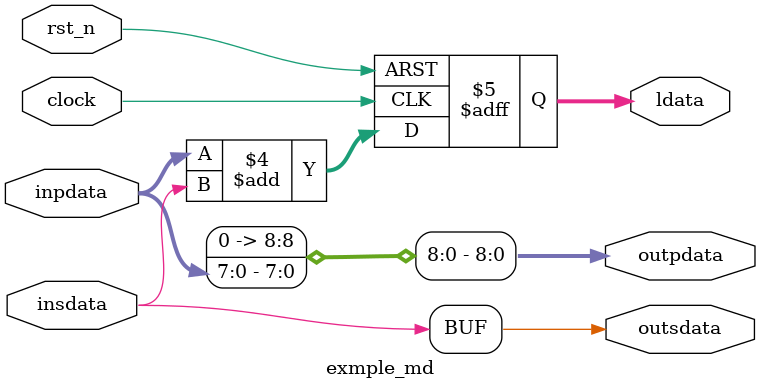
<source format=sv>
/**********************************************
_______________________________________ 
___________    Cook Darwin   __________    
_______________________________________
descript:
author : Cook.Darwin
Version: VERA.0.0
created: xxxx.xx.xx
madified:
***********************************************/
`timescale 1ns/1ps

module exmple_md #(
    parameter  DSIZE  = 8,
    parameter real MK = 1.1
)(
    input                    insdata,
    output                   outsdata,
    input [7:0]              inpdata,
    output [15:0]            outpdata,
    output logic[ DSIZE-1:0] ldata,
    input                    clock,
    input                    rst_n
);

//==========================================================================
//-------- define ----------------------------------------------------------
logic [6-1:0]  tmp_data[9-1:0][7-1:0] ;

//==========================================================================
//-------- instance --------------------------------------------------------

//==========================================================================
//-------- expression ------------------------------------------------------
assign  outsdata = insdata;

always_comb begin 
     outpdata[8:0] = inpdata;
end

always_ff@(posedge clock,negedge rst_n) begin 
    if(~rst_n)begin
         ldata <= '0;
    end
    else begin
         ldata[ DSIZE-1:0] <= ( outpdata[7:0]+insdata);
    end
end

endmodule

</source>
